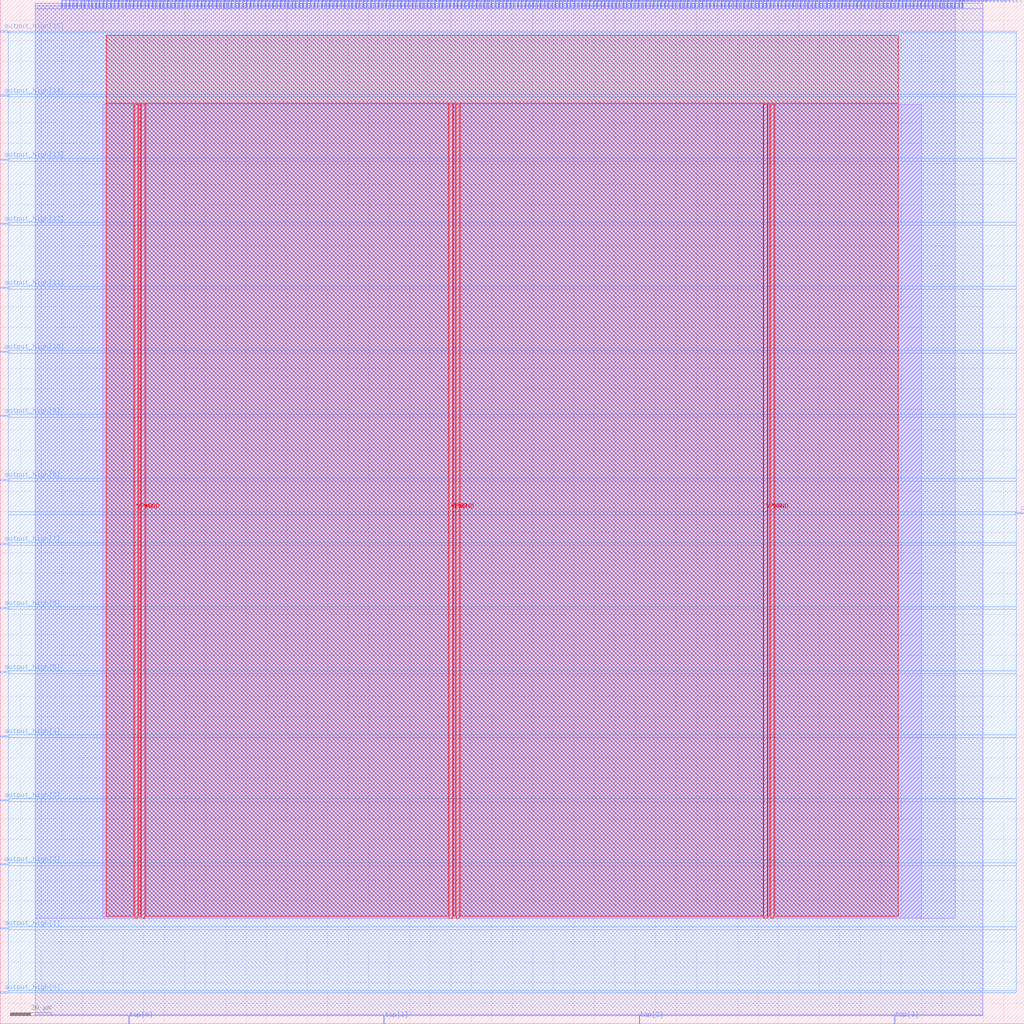
<source format=lef>
VERSION 5.7 ;
  NOWIREEXTENSIONATPIN ON ;
  DIVIDERCHAR "/" ;
  BUSBITCHARS "[]" ;
MACRO highpass
  CLASS BLOCK ;
  FOREIGN highpass ;
  ORIGIN 0.000 0.000 ;
  SIZE 500.000 BY 500.000 ;
  PIN VGND
    DIRECTION INOUT ;
    USE GROUND ;
    PORT
      LAYER met4 ;
        RECT 68.960 51.440 70.560 449.040 ;
    END
    PORT
      LAYER met4 ;
        RECT 222.560 51.440 224.160 449.040 ;
    END
    PORT
      LAYER met4 ;
        RECT 376.160 51.440 377.760 449.040 ;
    END
  END VGND
  PIN VPWR
    DIRECTION INOUT ;
    USE POWER ;
    PORT
      LAYER met4 ;
        RECT 65.660 51.440 67.260 449.040 ;
    END
    PORT
      LAYER met4 ;
        RECT 219.260 51.440 220.860 449.040 ;
    END
    PORT
      LAYER met4 ;
        RECT 372.860 51.440 374.460 449.040 ;
    END
  END VPWR
  PIN clk
    DIRECTION INPUT ;
    USE SIGNAL ;
    ANTENNAGATEAREA 0.852000 ;
    ANTENNADIFFAREA 0.434700 ;
    PORT
      LAYER met3 ;
        RECT 496.000 248.920 500.000 249.520 ;
    END
  END clk
  PIN input_data[0]
    DIRECTION INPUT ;
    USE SIGNAL ;
    ANTENNAGATEAREA 0.213000 ;
    ANTENNADIFFAREA 0.434700 ;
    PORT
      LAYER met2 ;
        RECT 29.990 496.000 30.270 500.000 ;
    END
  END input_data[0]
  PIN input_data[100]
    DIRECTION INPUT ;
    USE SIGNAL ;
    ANTENNAGATEAREA 0.213000 ;
    ANTENNADIFFAREA 0.434700 ;
    PORT
      LAYER met2 ;
        RECT 213.990 496.000 214.270 500.000 ;
    END
  END input_data[100]
  PIN input_data[101]
    DIRECTION INPUT ;
    USE SIGNAL ;
    ANTENNAGATEAREA 0.196500 ;
    ANTENNADIFFAREA 0.434700 ;
    PORT
      LAYER met2 ;
        RECT 215.830 496.000 216.110 500.000 ;
    END
  END input_data[101]
  PIN input_data[102]
    DIRECTION INPUT ;
    USE SIGNAL ;
    ANTENNAGATEAREA 0.196500 ;
    ANTENNADIFFAREA 0.434700 ;
    PORT
      LAYER met2 ;
        RECT 217.670 496.000 217.950 500.000 ;
    END
  END input_data[102]
  PIN input_data[103]
    DIRECTION INPUT ;
    USE SIGNAL ;
    ANTENNAGATEAREA 0.196500 ;
    ANTENNADIFFAREA 0.434700 ;
    PORT
      LAYER met2 ;
        RECT 219.510 496.000 219.790 500.000 ;
    END
  END input_data[103]
  PIN input_data[104]
    DIRECTION INPUT ;
    USE SIGNAL ;
    ANTENNAGATEAREA 0.196500 ;
    ANTENNADIFFAREA 0.434700 ;
    PORT
      LAYER met2 ;
        RECT 221.350 496.000 221.630 500.000 ;
    END
  END input_data[104]
  PIN input_data[105]
    DIRECTION INPUT ;
    USE SIGNAL ;
    ANTENNAGATEAREA 0.196500 ;
    ANTENNADIFFAREA 0.434700 ;
    PORT
      LAYER met2 ;
        RECT 223.190 496.000 223.470 500.000 ;
    END
  END input_data[105]
  PIN input_data[106]
    DIRECTION INPUT ;
    USE SIGNAL ;
    ANTENNAGATEAREA 0.196500 ;
    ANTENNADIFFAREA 0.434700 ;
    PORT
      LAYER met2 ;
        RECT 225.030 496.000 225.310 500.000 ;
    END
  END input_data[106]
  PIN input_data[107]
    DIRECTION INPUT ;
    USE SIGNAL ;
    ANTENNAGATEAREA 0.196500 ;
    ANTENNADIFFAREA 0.434700 ;
    PORT
      LAYER met2 ;
        RECT 226.870 496.000 227.150 500.000 ;
    END
  END input_data[107]
  PIN input_data[108]
    DIRECTION INPUT ;
    USE SIGNAL ;
    ANTENNAGATEAREA 0.159000 ;
    ANTENNADIFFAREA 0.434700 ;
    PORT
      LAYER met2 ;
        RECT 228.710 496.000 228.990 500.000 ;
    END
  END input_data[108]
  PIN input_data[109]
    DIRECTION INPUT ;
    USE SIGNAL ;
    ANTENNAGATEAREA 0.196500 ;
    ANTENNADIFFAREA 0.434700 ;
    PORT
      LAYER met2 ;
        RECT 230.550 496.000 230.830 500.000 ;
    END
  END input_data[109]
  PIN input_data[10]
    DIRECTION INPUT ;
    USE SIGNAL ;
    ANTENNAGATEAREA 0.247500 ;
    ANTENNADIFFAREA 0.434700 ;
    PORT
      LAYER met2 ;
        RECT 48.390 496.000 48.670 500.000 ;
    END
  END input_data[10]
  PIN input_data[110]
    DIRECTION INPUT ;
    USE SIGNAL ;
    ANTENNAGATEAREA 0.196500 ;
    ANTENNADIFFAREA 0.434700 ;
    PORT
      LAYER met2 ;
        RECT 232.390 496.000 232.670 500.000 ;
    END
  END input_data[110]
  PIN input_data[111]
    DIRECTION INPUT ;
    USE SIGNAL ;
    ANTENNAGATEAREA 0.196500 ;
    ANTENNADIFFAREA 0.434700 ;
    PORT
      LAYER met2 ;
        RECT 234.230 496.000 234.510 500.000 ;
    END
  END input_data[111]
  PIN input_data[112]
    DIRECTION INPUT ;
    USE SIGNAL ;
    ANTENNAGATEAREA 0.213000 ;
    ANTENNADIFFAREA 0.434700 ;
    PORT
      LAYER met2 ;
        RECT 236.070 496.000 236.350 500.000 ;
    END
  END input_data[112]
  PIN input_data[113]
    DIRECTION INPUT ;
    USE SIGNAL ;
    ANTENNAGATEAREA 0.196500 ;
    ANTENNADIFFAREA 0.434700 ;
    PORT
      LAYER met2 ;
        RECT 237.910 496.000 238.190 500.000 ;
    END
  END input_data[113]
  PIN input_data[114]
    DIRECTION INPUT ;
    USE SIGNAL ;
    ANTENNAGATEAREA 0.213000 ;
    ANTENNADIFFAREA 0.434700 ;
    PORT
      LAYER met2 ;
        RECT 239.750 496.000 240.030 500.000 ;
    END
  END input_data[114]
  PIN input_data[115]
    DIRECTION INPUT ;
    USE SIGNAL ;
    ANTENNAGATEAREA 0.213000 ;
    ANTENNADIFFAREA 0.434700 ;
    PORT
      LAYER met2 ;
        RECT 241.590 496.000 241.870 500.000 ;
    END
  END input_data[115]
  PIN input_data[116]
    DIRECTION INPUT ;
    USE SIGNAL ;
    ANTENNAGATEAREA 0.196500 ;
    ANTENNADIFFAREA 0.434700 ;
    PORT
      LAYER met2 ;
        RECT 243.430 496.000 243.710 500.000 ;
    END
  END input_data[116]
  PIN input_data[117]
    DIRECTION INPUT ;
    USE SIGNAL ;
    ANTENNAGATEAREA 0.196500 ;
    ANTENNADIFFAREA 0.434700 ;
    PORT
      LAYER met2 ;
        RECT 245.270 496.000 245.550 500.000 ;
    END
  END input_data[117]
  PIN input_data[118]
    DIRECTION INPUT ;
    USE SIGNAL ;
    ANTENNAGATEAREA 0.196500 ;
    ANTENNADIFFAREA 0.434700 ;
    PORT
      LAYER met2 ;
        RECT 247.110 496.000 247.390 500.000 ;
    END
  END input_data[118]
  PIN input_data[119]
    DIRECTION INPUT ;
    USE SIGNAL ;
    ANTENNAGATEAREA 0.196500 ;
    ANTENNADIFFAREA 0.434700 ;
    PORT
      LAYER met2 ;
        RECT 248.950 496.000 249.230 500.000 ;
    END
  END input_data[119]
  PIN input_data[11]
    DIRECTION INPUT ;
    USE SIGNAL ;
    ANTENNAGATEAREA 0.213000 ;
    ANTENNADIFFAREA 0.434700 ;
    PORT
      LAYER met2 ;
        RECT 50.230 496.000 50.510 500.000 ;
    END
  END input_data[11]
  PIN input_data[120]
    DIRECTION INPUT ;
    USE SIGNAL ;
    ANTENNAGATEAREA 0.196500 ;
    ANTENNADIFFAREA 0.434700 ;
    PORT
      LAYER met2 ;
        RECT 250.790 496.000 251.070 500.000 ;
    END
  END input_data[120]
  PIN input_data[121]
    DIRECTION INPUT ;
    USE SIGNAL ;
    ANTENNAGATEAREA 0.196500 ;
    ANTENNADIFFAREA 0.434700 ;
    PORT
      LAYER met2 ;
        RECT 252.630 496.000 252.910 500.000 ;
    END
  END input_data[121]
  PIN input_data[122]
    DIRECTION INPUT ;
    USE SIGNAL ;
    ANTENNAGATEAREA 0.159000 ;
    ANTENNADIFFAREA 0.434700 ;
    PORT
      LAYER met2 ;
        RECT 254.470 496.000 254.750 500.000 ;
    END
  END input_data[122]
  PIN input_data[123]
    DIRECTION INPUT ;
    USE SIGNAL ;
    ANTENNAGATEAREA 0.159000 ;
    ANTENNADIFFAREA 0.434700 ;
    PORT
      LAYER met2 ;
        RECT 256.310 496.000 256.590 500.000 ;
    END
  END input_data[123]
  PIN input_data[124]
    DIRECTION INPUT ;
    USE SIGNAL ;
    ANTENNAGATEAREA 0.213000 ;
    ANTENNADIFFAREA 0.434700 ;
    PORT
      LAYER met2 ;
        RECT 258.150 496.000 258.430 500.000 ;
    END
  END input_data[124]
  PIN input_data[125]
    DIRECTION INPUT ;
    USE SIGNAL ;
    ANTENNAGATEAREA 0.196500 ;
    ANTENNADIFFAREA 0.434700 ;
    PORT
      LAYER met2 ;
        RECT 259.990 496.000 260.270 500.000 ;
    END
  END input_data[125]
  PIN input_data[126]
    DIRECTION INPUT ;
    USE SIGNAL ;
    ANTENNAGATEAREA 0.196500 ;
    ANTENNADIFFAREA 0.434700 ;
    PORT
      LAYER met2 ;
        RECT 261.830 496.000 262.110 500.000 ;
    END
  END input_data[126]
  PIN input_data[127]
    DIRECTION INPUT ;
    USE SIGNAL ;
    PORT
      LAYER met2 ;
        RECT 263.670 496.000 263.950 500.000 ;
    END
  END input_data[127]
  PIN input_data[128]
    DIRECTION INPUT ;
    USE SIGNAL ;
    ANTENNAGATEAREA 0.196500 ;
    ANTENNADIFFAREA 0.434700 ;
    PORT
      LAYER met2 ;
        RECT 265.510 496.000 265.790 500.000 ;
    END
  END input_data[128]
  PIN input_data[129]
    DIRECTION INPUT ;
    USE SIGNAL ;
    ANTENNAGATEAREA 0.213000 ;
    ANTENNADIFFAREA 0.434700 ;
    PORT
      LAYER met2 ;
        RECT 267.350 496.000 267.630 500.000 ;
    END
  END input_data[129]
  PIN input_data[12]
    DIRECTION INPUT ;
    USE SIGNAL ;
    ANTENNAGATEAREA 0.495000 ;
    ANTENNADIFFAREA 0.434700 ;
    PORT
      LAYER met2 ;
        RECT 52.070 496.000 52.350 500.000 ;
    END
  END input_data[12]
  PIN input_data[130]
    DIRECTION INPUT ;
    USE SIGNAL ;
    ANTENNAGATEAREA 0.213000 ;
    ANTENNADIFFAREA 0.434700 ;
    PORT
      LAYER met2 ;
        RECT 269.190 496.000 269.470 500.000 ;
    END
  END input_data[130]
  PIN input_data[131]
    DIRECTION INPUT ;
    USE SIGNAL ;
    ANTENNAGATEAREA 0.213000 ;
    ANTENNADIFFAREA 0.434700 ;
    PORT
      LAYER met2 ;
        RECT 271.030 496.000 271.310 500.000 ;
    END
  END input_data[131]
  PIN input_data[132]
    DIRECTION INPUT ;
    USE SIGNAL ;
    ANTENNAGATEAREA 0.213000 ;
    ANTENNADIFFAREA 0.434700 ;
    PORT
      LAYER met2 ;
        RECT 272.870 496.000 273.150 500.000 ;
    END
  END input_data[132]
  PIN input_data[133]
    DIRECTION INPUT ;
    USE SIGNAL ;
    ANTENNAGATEAREA 0.247500 ;
    ANTENNADIFFAREA 0.434700 ;
    PORT
      LAYER met2 ;
        RECT 274.710 496.000 274.990 500.000 ;
    END
  END input_data[133]
  PIN input_data[134]
    DIRECTION INPUT ;
    USE SIGNAL ;
    ANTENNAGATEAREA 0.213000 ;
    ANTENNADIFFAREA 0.434700 ;
    PORT
      LAYER met2 ;
        RECT 276.550 496.000 276.830 500.000 ;
    END
  END input_data[134]
  PIN input_data[135]
    DIRECTION INPUT ;
    USE SIGNAL ;
    ANTENNAGATEAREA 0.213000 ;
    ANTENNADIFFAREA 0.434700 ;
    PORT
      LAYER met2 ;
        RECT 278.390 496.000 278.670 500.000 ;
    END
  END input_data[135]
  PIN input_data[136]
    DIRECTION INPUT ;
    USE SIGNAL ;
    ANTENNAGATEAREA 0.495000 ;
    ANTENNADIFFAREA 0.434700 ;
    PORT
      LAYER met2 ;
        RECT 280.230 496.000 280.510 500.000 ;
    END
  END input_data[136]
  PIN input_data[137]
    DIRECTION INPUT ;
    USE SIGNAL ;
    ANTENNAGATEAREA 0.247500 ;
    ANTENNADIFFAREA 0.434700 ;
    PORT
      LAYER met2 ;
        RECT 282.070 496.000 282.350 500.000 ;
    END
  END input_data[137]
  PIN input_data[138]
    DIRECTION INPUT ;
    USE SIGNAL ;
    ANTENNAGATEAREA 0.159000 ;
    ANTENNADIFFAREA 0.434700 ;
    PORT
      LAYER met2 ;
        RECT 283.910 496.000 284.190 500.000 ;
    END
  END input_data[138]
  PIN input_data[139]
    DIRECTION INPUT ;
    USE SIGNAL ;
    ANTENNAGATEAREA 0.247500 ;
    ANTENNADIFFAREA 0.434700 ;
    PORT
      LAYER met2 ;
        RECT 285.750 496.000 286.030 500.000 ;
    END
  END input_data[139]
  PIN input_data[13]
    DIRECTION INPUT ;
    USE SIGNAL ;
    ANTENNAGATEAREA 0.426000 ;
    ANTENNADIFFAREA 0.434700 ;
    PORT
      LAYER met2 ;
        RECT 53.910 496.000 54.190 500.000 ;
    END
  END input_data[13]
  PIN input_data[140]
    DIRECTION INPUT ;
    USE SIGNAL ;
    ANTENNAGATEAREA 0.247500 ;
    ANTENNADIFFAREA 0.434700 ;
    PORT
      LAYER met2 ;
        RECT 287.590 496.000 287.870 500.000 ;
    END
  END input_data[140]
  PIN input_data[141]
    DIRECTION INPUT ;
    USE SIGNAL ;
    ANTENNAGATEAREA 0.213000 ;
    ANTENNADIFFAREA 0.434700 ;
    PORT
      LAYER met2 ;
        RECT 289.430 496.000 289.710 500.000 ;
    END
  END input_data[141]
  PIN input_data[142]
    DIRECTION INPUT ;
    USE SIGNAL ;
    ANTENNAGATEAREA 0.196500 ;
    ANTENNADIFFAREA 0.434700 ;
    PORT
      LAYER met2 ;
        RECT 291.270 496.000 291.550 500.000 ;
    END
  END input_data[142]
  PIN input_data[143]
    DIRECTION INPUT ;
    USE SIGNAL ;
    ANTENNAGATEAREA 0.196500 ;
    ANTENNADIFFAREA 0.434700 ;
    PORT
      LAYER met2 ;
        RECT 293.110 496.000 293.390 500.000 ;
    END
  END input_data[143]
  PIN input_data[144]
    DIRECTION INPUT ;
    USE SIGNAL ;
    ANTENNAGATEAREA 0.196500 ;
    ANTENNADIFFAREA 0.434700 ;
    PORT
      LAYER met2 ;
        RECT 294.950 496.000 295.230 500.000 ;
    END
  END input_data[144]
  PIN input_data[145]
    DIRECTION INPUT ;
    USE SIGNAL ;
    ANTENNAGATEAREA 0.126000 ;
    ANTENNADIFFAREA 0.434700 ;
    PORT
      LAYER met2 ;
        RECT 296.790 496.000 297.070 500.000 ;
    END
  END input_data[145]
  PIN input_data[146]
    DIRECTION INPUT ;
    USE SIGNAL ;
    ANTENNAGATEAREA 0.126000 ;
    ANTENNADIFFAREA 0.434700 ;
    PORT
      LAYER met2 ;
        RECT 298.630 496.000 298.910 500.000 ;
    END
  END input_data[146]
  PIN input_data[147]
    DIRECTION INPUT ;
    USE SIGNAL ;
    ANTENNAGATEAREA 0.159000 ;
    ANTENNADIFFAREA 0.434700 ;
    PORT
      LAYER met2 ;
        RECT 300.470 496.000 300.750 500.000 ;
    END
  END input_data[147]
  PIN input_data[148]
    DIRECTION INPUT ;
    USE SIGNAL ;
    ANTENNAGATEAREA 0.213000 ;
    ANTENNADIFFAREA 0.434700 ;
    PORT
      LAYER met2 ;
        RECT 302.310 496.000 302.590 500.000 ;
    END
  END input_data[148]
  PIN input_data[149]
    DIRECTION INPUT ;
    USE SIGNAL ;
    ANTENNAGATEAREA 0.213000 ;
    ANTENNADIFFAREA 0.434700 ;
    PORT
      LAYER met2 ;
        RECT 304.150 496.000 304.430 500.000 ;
    END
  END input_data[149]
  PIN input_data[14]
    DIRECTION INPUT ;
    USE SIGNAL ;
    ANTENNAGATEAREA 0.159000 ;
    ANTENNADIFFAREA 0.434700 ;
    PORT
      LAYER met2 ;
        RECT 55.750 496.000 56.030 500.000 ;
    END
  END input_data[14]
  PIN input_data[150]
    DIRECTION INPUT ;
    USE SIGNAL ;
    ANTENNAGATEAREA 0.213000 ;
    ANTENNADIFFAREA 0.434700 ;
    PORT
      LAYER met2 ;
        RECT 305.990 496.000 306.270 500.000 ;
    END
  END input_data[150]
  PIN input_data[151]
    DIRECTION INPUT ;
    USE SIGNAL ;
    ANTENNAGATEAREA 0.159000 ;
    ANTENNADIFFAREA 0.434700 ;
    PORT
      LAYER met2 ;
        RECT 307.830 496.000 308.110 500.000 ;
    END
  END input_data[151]
  PIN input_data[152]
    DIRECTION INPUT ;
    USE SIGNAL ;
    ANTENNAGATEAREA 0.213000 ;
    ANTENNADIFFAREA 0.434700 ;
    PORT
      LAYER met2 ;
        RECT 309.670 496.000 309.950 500.000 ;
    END
  END input_data[152]
  PIN input_data[153]
    DIRECTION INPUT ;
    USE SIGNAL ;
    ANTENNAGATEAREA 0.213000 ;
    ANTENNADIFFAREA 0.434700 ;
    PORT
      LAYER met2 ;
        RECT 311.510 496.000 311.790 500.000 ;
    END
  END input_data[153]
  PIN input_data[154]
    DIRECTION INPUT ;
    USE SIGNAL ;
    ANTENNAGATEAREA 0.213000 ;
    ANTENNADIFFAREA 0.434700 ;
    PORT
      LAYER met2 ;
        RECT 313.350 496.000 313.630 500.000 ;
    END
  END input_data[154]
  PIN input_data[155]
    DIRECTION INPUT ;
    USE SIGNAL ;
    ANTENNAGATEAREA 0.196500 ;
    ANTENNADIFFAREA 0.434700 ;
    PORT
      LAYER met2 ;
        RECT 315.190 496.000 315.470 500.000 ;
    END
  END input_data[155]
  PIN input_data[156]
    DIRECTION INPUT ;
    USE SIGNAL ;
    ANTENNAGATEAREA 0.159000 ;
    ANTENNADIFFAREA 0.434700 ;
    PORT
      LAYER met2 ;
        RECT 317.030 496.000 317.310 500.000 ;
    END
  END input_data[156]
  PIN input_data[157]
    DIRECTION INPUT ;
    USE SIGNAL ;
    ANTENNAGATEAREA 0.213000 ;
    ANTENNADIFFAREA 0.434700 ;
    PORT
      LAYER met2 ;
        RECT 318.870 496.000 319.150 500.000 ;
    END
  END input_data[157]
  PIN input_data[158]
    DIRECTION INPUT ;
    USE SIGNAL ;
    ANTENNAGATEAREA 0.196500 ;
    ANTENNADIFFAREA 0.434700 ;
    PORT
      LAYER met2 ;
        RECT 320.710 496.000 320.990 500.000 ;
    END
  END input_data[158]
  PIN input_data[159]
    DIRECTION INPUT ;
    USE SIGNAL ;
    ANTENNAGATEAREA 0.196500 ;
    ANTENNADIFFAREA 0.434700 ;
    PORT
      LAYER met2 ;
        RECT 322.550 496.000 322.830 500.000 ;
    END
  END input_data[159]
  PIN input_data[15]
    DIRECTION INPUT ;
    USE SIGNAL ;
    ANTENNAGATEAREA 0.213000 ;
    ANTENNADIFFAREA 0.434700 ;
    PORT
      LAYER met2 ;
        RECT 57.590 496.000 57.870 500.000 ;
    END
  END input_data[15]
  PIN input_data[160]
    DIRECTION INPUT ;
    USE SIGNAL ;
    ANTENNAGATEAREA 0.247500 ;
    ANTENNADIFFAREA 0.434700 ;
    PORT
      LAYER met2 ;
        RECT 324.390 496.000 324.670 500.000 ;
    END
  END input_data[160]
  PIN input_data[161]
    DIRECTION INPUT ;
    USE SIGNAL ;
    ANTENNAGATEAREA 0.247500 ;
    ANTENNADIFFAREA 0.434700 ;
    PORT
      LAYER met2 ;
        RECT 326.230 496.000 326.510 500.000 ;
    END
  END input_data[161]
  PIN input_data[162]
    DIRECTION INPUT ;
    USE SIGNAL ;
    ANTENNAGATEAREA 0.247500 ;
    ANTENNADIFFAREA 0.434700 ;
    PORT
      LAYER met2 ;
        RECT 328.070 496.000 328.350 500.000 ;
    END
  END input_data[162]
  PIN input_data[163]
    DIRECTION INPUT ;
    USE SIGNAL ;
    ANTENNAGATEAREA 0.213000 ;
    ANTENNADIFFAREA 0.434700 ;
    PORT
      LAYER met2 ;
        RECT 329.910 496.000 330.190 500.000 ;
    END
  END input_data[163]
  PIN input_data[164]
    DIRECTION INPUT ;
    USE SIGNAL ;
    ANTENNAGATEAREA 0.126000 ;
    ANTENNADIFFAREA 0.434700 ;
    PORT
      LAYER met2 ;
        RECT 331.750 496.000 332.030 500.000 ;
    END
  END input_data[164]
  PIN input_data[165]
    DIRECTION INPUT ;
    USE SIGNAL ;
    ANTENNAGATEAREA 0.196500 ;
    ANTENNADIFFAREA 0.434700 ;
    PORT
      LAYER met2 ;
        RECT 333.590 496.000 333.870 500.000 ;
    END
  END input_data[165]
  PIN input_data[166]
    DIRECTION INPUT ;
    USE SIGNAL ;
    ANTENNAGATEAREA 0.126000 ;
    ANTENNADIFFAREA 0.434700 ;
    PORT
      LAYER met2 ;
        RECT 335.430 496.000 335.710 500.000 ;
    END
  END input_data[166]
  PIN input_data[167]
    DIRECTION INPUT ;
    USE SIGNAL ;
    ANTENNAGATEAREA 0.213000 ;
    ANTENNADIFFAREA 0.434700 ;
    PORT
      LAYER met2 ;
        RECT 337.270 496.000 337.550 500.000 ;
    END
  END input_data[167]
  PIN input_data[168]
    DIRECTION INPUT ;
    USE SIGNAL ;
    ANTENNAGATEAREA 0.196500 ;
    ANTENNADIFFAREA 0.434700 ;
    PORT
      LAYER met2 ;
        RECT 339.110 496.000 339.390 500.000 ;
    END
  END input_data[168]
  PIN input_data[169]
    DIRECTION INPUT ;
    USE SIGNAL ;
    ANTENNAGATEAREA 0.196500 ;
    ANTENNADIFFAREA 0.434700 ;
    PORT
      LAYER met2 ;
        RECT 340.950 496.000 341.230 500.000 ;
    END
  END input_data[169]
  PIN input_data[16]
    DIRECTION INPUT ;
    USE SIGNAL ;
    ANTENNAGATEAREA 0.247500 ;
    ANTENNADIFFAREA 0.434700 ;
    PORT
      LAYER met2 ;
        RECT 59.430 496.000 59.710 500.000 ;
    END
  END input_data[16]
  PIN input_data[170]
    DIRECTION INPUT ;
    USE SIGNAL ;
    ANTENNAGATEAREA 0.196500 ;
    ANTENNADIFFAREA 0.434700 ;
    PORT
      LAYER met2 ;
        RECT 342.790 496.000 343.070 500.000 ;
    END
  END input_data[170]
  PIN input_data[171]
    DIRECTION INPUT ;
    USE SIGNAL ;
    ANTENNAGATEAREA 0.213000 ;
    ANTENNADIFFAREA 0.434700 ;
    PORT
      LAYER met2 ;
        RECT 344.630 496.000 344.910 500.000 ;
    END
  END input_data[171]
  PIN input_data[172]
    DIRECTION INPUT ;
    USE SIGNAL ;
    ANTENNAGATEAREA 0.213000 ;
    ANTENNADIFFAREA 0.434700 ;
    PORT
      LAYER met2 ;
        RECT 346.470 496.000 346.750 500.000 ;
    END
  END input_data[172]
  PIN input_data[173]
    DIRECTION INPUT ;
    USE SIGNAL ;
    ANTENNAGATEAREA 0.213000 ;
    ANTENNADIFFAREA 0.434700 ;
    PORT
      LAYER met2 ;
        RECT 348.310 496.000 348.590 500.000 ;
    END
  END input_data[173]
  PIN input_data[174]
    DIRECTION INPUT ;
    USE SIGNAL ;
    ANTENNAGATEAREA 0.196500 ;
    ANTENNADIFFAREA 0.434700 ;
    PORT
      LAYER met2 ;
        RECT 350.150 496.000 350.430 500.000 ;
    END
  END input_data[174]
  PIN input_data[175]
    DIRECTION INPUT ;
    USE SIGNAL ;
    ANTENNAGATEAREA 0.196500 ;
    ANTENNADIFFAREA 0.434700 ;
    PORT
      LAYER met2 ;
        RECT 351.990 496.000 352.270 500.000 ;
    END
  END input_data[175]
  PIN input_data[176]
    DIRECTION INPUT ;
    USE SIGNAL ;
    ANTENNAGATEAREA 0.126000 ;
    ANTENNADIFFAREA 0.434700 ;
    PORT
      LAYER met2 ;
        RECT 353.830 496.000 354.110 500.000 ;
    END
  END input_data[176]
  PIN input_data[177]
    DIRECTION INPUT ;
    USE SIGNAL ;
    ANTENNAGATEAREA 0.213000 ;
    ANTENNADIFFAREA 0.434700 ;
    PORT
      LAYER met2 ;
        RECT 355.670 496.000 355.950 500.000 ;
    END
  END input_data[177]
  PIN input_data[178]
    DIRECTION INPUT ;
    USE SIGNAL ;
    ANTENNAGATEAREA 0.213000 ;
    ANTENNADIFFAREA 0.434700 ;
    PORT
      LAYER met2 ;
        RECT 357.510 496.000 357.790 500.000 ;
    END
  END input_data[178]
  PIN input_data[179]
    DIRECTION INPUT ;
    USE SIGNAL ;
    ANTENNAGATEAREA 0.213000 ;
    ANTENNADIFFAREA 0.434700 ;
    PORT
      LAYER met2 ;
        RECT 359.350 496.000 359.630 500.000 ;
    END
  END input_data[179]
  PIN input_data[17]
    DIRECTION INPUT ;
    USE SIGNAL ;
    ANTENNAGATEAREA 0.247500 ;
    ANTENNADIFFAREA 0.434700 ;
    PORT
      LAYER met2 ;
        RECT 61.270 496.000 61.550 500.000 ;
    END
  END input_data[17]
  PIN input_data[180]
    DIRECTION INPUT ;
    USE SIGNAL ;
    ANTENNAGATEAREA 0.213000 ;
    ANTENNADIFFAREA 0.434700 ;
    PORT
      LAYER met2 ;
        RECT 361.190 496.000 361.470 500.000 ;
    END
  END input_data[180]
  PIN input_data[181]
    DIRECTION INPUT ;
    USE SIGNAL ;
    ANTENNAGATEAREA 0.159000 ;
    ANTENNADIFFAREA 0.434700 ;
    PORT
      LAYER met2 ;
        RECT 363.030 496.000 363.310 500.000 ;
    END
  END input_data[181]
  PIN input_data[182]
    DIRECTION INPUT ;
    USE SIGNAL ;
    ANTENNAGATEAREA 0.159000 ;
    ANTENNADIFFAREA 0.434700 ;
    PORT
      LAYER met2 ;
        RECT 364.870 496.000 365.150 500.000 ;
    END
  END input_data[182]
  PIN input_data[183]
    DIRECTION INPUT ;
    USE SIGNAL ;
    ANTENNAGATEAREA 0.159000 ;
    ANTENNADIFFAREA 0.434700 ;
    PORT
      LAYER met2 ;
        RECT 366.710 496.000 366.990 500.000 ;
    END
  END input_data[183]
  PIN input_data[184]
    DIRECTION INPUT ;
    USE SIGNAL ;
    ANTENNAGATEAREA 0.159000 ;
    ANTENNADIFFAREA 0.434700 ;
    PORT
      LAYER met2 ;
        RECT 368.550 496.000 368.830 500.000 ;
    END
  END input_data[184]
  PIN input_data[185]
    DIRECTION INPUT ;
    USE SIGNAL ;
    ANTENNAGATEAREA 0.213000 ;
    ANTENNADIFFAREA 0.434700 ;
    PORT
      LAYER met2 ;
        RECT 370.390 496.000 370.670 500.000 ;
    END
  END input_data[185]
  PIN input_data[186]
    DIRECTION INPUT ;
    USE SIGNAL ;
    ANTENNAGATEAREA 0.213000 ;
    ANTENNADIFFAREA 0.434700 ;
    PORT
      LAYER met2 ;
        RECT 372.230 496.000 372.510 500.000 ;
    END
  END input_data[186]
  PIN input_data[187]
    DIRECTION INPUT ;
    USE SIGNAL ;
    ANTENNAGATEAREA 0.213000 ;
    ANTENNADIFFAREA 0.434700 ;
    PORT
      LAYER met2 ;
        RECT 374.070 496.000 374.350 500.000 ;
    END
  END input_data[187]
  PIN input_data[188]
    DIRECTION INPUT ;
    USE SIGNAL ;
    ANTENNAGATEAREA 0.159000 ;
    ANTENNADIFFAREA 0.434700 ;
    PORT
      LAYER met2 ;
        RECT 375.910 496.000 376.190 500.000 ;
    END
  END input_data[188]
  PIN input_data[189]
    DIRECTION INPUT ;
    USE SIGNAL ;
    ANTENNAGATEAREA 0.196500 ;
    ANTENNADIFFAREA 0.434700 ;
    PORT
      LAYER met2 ;
        RECT 377.750 496.000 378.030 500.000 ;
    END
  END input_data[189]
  PIN input_data[18]
    DIRECTION INPUT ;
    USE SIGNAL ;
    ANTENNAGATEAREA 0.213000 ;
    ANTENNADIFFAREA 0.434700 ;
    PORT
      LAYER met2 ;
        RECT 63.110 496.000 63.390 500.000 ;
    END
  END input_data[18]
  PIN input_data[190]
    DIRECTION INPUT ;
    USE SIGNAL ;
    ANTENNAGATEAREA 0.196500 ;
    ANTENNADIFFAREA 0.434700 ;
    PORT
      LAYER met2 ;
        RECT 379.590 496.000 379.870 500.000 ;
    END
  END input_data[190]
  PIN input_data[191]
    DIRECTION INPUT ;
    USE SIGNAL ;
    PORT
      LAYER met2 ;
        RECT 381.430 496.000 381.710 500.000 ;
    END
  END input_data[191]
  PIN input_data[192]
    DIRECTION INPUT ;
    USE SIGNAL ;
    ANTENNAGATEAREA 0.213000 ;
    ANTENNADIFFAREA 0.434700 ;
    PORT
      LAYER met2 ;
        RECT 383.270 496.000 383.550 500.000 ;
    END
  END input_data[192]
  PIN input_data[193]
    DIRECTION INPUT ;
    USE SIGNAL ;
    ANTENNAGATEAREA 0.126000 ;
    ANTENNADIFFAREA 0.434700 ;
    PORT
      LAYER met2 ;
        RECT 385.110 496.000 385.390 500.000 ;
    END
  END input_data[193]
  PIN input_data[194]
    DIRECTION INPUT ;
    USE SIGNAL ;
    ANTENNAGATEAREA 0.213000 ;
    ANTENNADIFFAREA 0.434700 ;
    PORT
      LAYER met2 ;
        RECT 386.950 496.000 387.230 500.000 ;
    END
  END input_data[194]
  PIN input_data[195]
    DIRECTION INPUT ;
    USE SIGNAL ;
    ANTENNAGATEAREA 0.213000 ;
    ANTENNADIFFAREA 0.434700 ;
    PORT
      LAYER met2 ;
        RECT 388.790 496.000 389.070 500.000 ;
    END
  END input_data[195]
  PIN input_data[196]
    DIRECTION INPUT ;
    USE SIGNAL ;
    ANTENNAGATEAREA 0.213000 ;
    ANTENNADIFFAREA 0.434700 ;
    PORT
      LAYER met2 ;
        RECT 390.630 496.000 390.910 500.000 ;
    END
  END input_data[196]
  PIN input_data[197]
    DIRECTION INPUT ;
    USE SIGNAL ;
    ANTENNAGATEAREA 0.126000 ;
    ANTENNADIFFAREA 0.434700 ;
    PORT
      LAYER met2 ;
        RECT 392.470 496.000 392.750 500.000 ;
    END
  END input_data[197]
  PIN input_data[198]
    DIRECTION INPUT ;
    USE SIGNAL ;
    ANTENNAGATEAREA 0.126000 ;
    ANTENNADIFFAREA 0.434700 ;
    PORT
      LAYER met2 ;
        RECT 394.310 496.000 394.590 500.000 ;
    END
  END input_data[198]
  PIN input_data[199]
    DIRECTION INPUT ;
    USE SIGNAL ;
    ANTENNAGATEAREA 0.126000 ;
    ANTENNADIFFAREA 0.434700 ;
    PORT
      LAYER met2 ;
        RECT 396.150 496.000 396.430 500.000 ;
    END
  END input_data[199]
  PIN input_data[19]
    DIRECTION INPUT ;
    USE SIGNAL ;
    ANTENNAGATEAREA 0.247500 ;
    ANTENNADIFFAREA 0.434700 ;
    PORT
      LAYER met2 ;
        RECT 64.950 496.000 65.230 500.000 ;
    END
  END input_data[19]
  PIN input_data[1]
    DIRECTION INPUT ;
    USE SIGNAL ;
    ANTENNAGATEAREA 0.159000 ;
    ANTENNADIFFAREA 0.434700 ;
    PORT
      LAYER met2 ;
        RECT 31.830 496.000 32.110 500.000 ;
    END
  END input_data[1]
  PIN input_data[200]
    DIRECTION INPUT ;
    USE SIGNAL ;
    ANTENNAGATEAREA 0.126000 ;
    ANTENNADIFFAREA 0.434700 ;
    PORT
      LAYER met2 ;
        RECT 397.990 496.000 398.270 500.000 ;
    END
  END input_data[200]
  PIN input_data[201]
    DIRECTION INPUT ;
    USE SIGNAL ;
    ANTENNAGATEAREA 0.126000 ;
    ANTENNADIFFAREA 0.434700 ;
    PORT
      LAYER met2 ;
        RECT 399.830 496.000 400.110 500.000 ;
    END
  END input_data[201]
  PIN input_data[202]
    DIRECTION INPUT ;
    USE SIGNAL ;
    ANTENNAGATEAREA 0.126000 ;
    ANTENNADIFFAREA 0.434700 ;
    PORT
      LAYER met2 ;
        RECT 401.670 496.000 401.950 500.000 ;
    END
  END input_data[202]
  PIN input_data[203]
    DIRECTION INPUT ;
    USE SIGNAL ;
    ANTENNAGATEAREA 0.126000 ;
    ANTENNADIFFAREA 0.434700 ;
    PORT
      LAYER met2 ;
        RECT 403.510 496.000 403.790 500.000 ;
    END
  END input_data[203]
  PIN input_data[204]
    DIRECTION INPUT ;
    USE SIGNAL ;
    ANTENNAGATEAREA 0.196500 ;
    ANTENNADIFFAREA 0.434700 ;
    PORT
      LAYER met2 ;
        RECT 405.350 496.000 405.630 500.000 ;
    END
  END input_data[204]
  PIN input_data[205]
    DIRECTION INPUT ;
    USE SIGNAL ;
    ANTENNAGATEAREA 0.196500 ;
    ANTENNADIFFAREA 0.434700 ;
    PORT
      LAYER met2 ;
        RECT 407.190 496.000 407.470 500.000 ;
    END
  END input_data[205]
  PIN input_data[206]
    DIRECTION INPUT ;
    USE SIGNAL ;
    ANTENNAGATEAREA 0.196500 ;
    ANTENNADIFFAREA 0.434700 ;
    PORT
      LAYER met2 ;
        RECT 409.030 496.000 409.310 500.000 ;
    END
  END input_data[206]
  PIN input_data[207]
    DIRECTION INPUT ;
    USE SIGNAL ;
    PORT
      LAYER met2 ;
        RECT 410.870 496.000 411.150 500.000 ;
    END
  END input_data[207]
  PIN input_data[208]
    DIRECTION INPUT ;
    USE SIGNAL ;
    PORT
      LAYER met2 ;
        RECT 412.710 496.000 412.990 500.000 ;
    END
  END input_data[208]
  PIN input_data[209]
    DIRECTION INPUT ;
    USE SIGNAL ;
    PORT
      LAYER met2 ;
        RECT 414.550 496.000 414.830 500.000 ;
    END
  END input_data[209]
  PIN input_data[20]
    DIRECTION INPUT ;
    USE SIGNAL ;
    ANTENNAGATEAREA 0.247500 ;
    ANTENNADIFFAREA 0.434700 ;
    PORT
      LAYER met2 ;
        RECT 66.790 496.000 67.070 500.000 ;
    END
  END input_data[20]
  PIN input_data[210]
    DIRECTION INPUT ;
    USE SIGNAL ;
    PORT
      LAYER met2 ;
        RECT 416.390 496.000 416.670 500.000 ;
    END
  END input_data[210]
  PIN input_data[211]
    DIRECTION INPUT ;
    USE SIGNAL ;
    PORT
      LAYER met2 ;
        RECT 418.230 496.000 418.510 500.000 ;
    END
  END input_data[211]
  PIN input_data[212]
    DIRECTION INPUT ;
    USE SIGNAL ;
    PORT
      LAYER met2 ;
        RECT 420.070 496.000 420.350 500.000 ;
    END
  END input_data[212]
  PIN input_data[213]
    DIRECTION INPUT ;
    USE SIGNAL ;
    PORT
      LAYER met2 ;
        RECT 421.910 496.000 422.190 500.000 ;
    END
  END input_data[213]
  PIN input_data[214]
    DIRECTION INPUT ;
    USE SIGNAL ;
    PORT
      LAYER met2 ;
        RECT 423.750 496.000 424.030 500.000 ;
    END
  END input_data[214]
  PIN input_data[215]
    DIRECTION INPUT ;
    USE SIGNAL ;
    PORT
      LAYER met2 ;
        RECT 425.590 496.000 425.870 500.000 ;
    END
  END input_data[215]
  PIN input_data[216]
    DIRECTION INPUT ;
    USE SIGNAL ;
    PORT
      LAYER met2 ;
        RECT 427.430 496.000 427.710 500.000 ;
    END
  END input_data[216]
  PIN input_data[217]
    DIRECTION INPUT ;
    USE SIGNAL ;
    PORT
      LAYER met2 ;
        RECT 429.270 496.000 429.550 500.000 ;
    END
  END input_data[217]
  PIN input_data[218]
    DIRECTION INPUT ;
    USE SIGNAL ;
    PORT
      LAYER met2 ;
        RECT 431.110 496.000 431.390 500.000 ;
    END
  END input_data[218]
  PIN input_data[219]
    DIRECTION INPUT ;
    USE SIGNAL ;
    PORT
      LAYER met2 ;
        RECT 432.950 496.000 433.230 500.000 ;
    END
  END input_data[219]
  PIN input_data[21]
    DIRECTION INPUT ;
    USE SIGNAL ;
    ANTENNAGATEAREA 0.247500 ;
    ANTENNADIFFAREA 0.434700 ;
    PORT
      LAYER met2 ;
        RECT 68.630 496.000 68.910 500.000 ;
    END
  END input_data[21]
  PIN input_data[220]
    DIRECTION INPUT ;
    USE SIGNAL ;
    PORT
      LAYER met2 ;
        RECT 434.790 496.000 435.070 500.000 ;
    END
  END input_data[220]
  PIN input_data[221]
    DIRECTION INPUT ;
    USE SIGNAL ;
    PORT
      LAYER met2 ;
        RECT 436.630 496.000 436.910 500.000 ;
    END
  END input_data[221]
  PIN input_data[222]
    DIRECTION INPUT ;
    USE SIGNAL ;
    PORT
      LAYER met2 ;
        RECT 438.470 496.000 438.750 500.000 ;
    END
  END input_data[222]
  PIN input_data[223]
    DIRECTION INPUT ;
    USE SIGNAL ;
    PORT
      LAYER met2 ;
        RECT 440.310 496.000 440.590 500.000 ;
    END
  END input_data[223]
  PIN input_data[224]
    DIRECTION INPUT ;
    USE SIGNAL ;
    ANTENNAGATEAREA 0.213000 ;
    ANTENNADIFFAREA 0.434700 ;
    PORT
      LAYER met2 ;
        RECT 442.150 496.000 442.430 500.000 ;
    END
  END input_data[224]
  PIN input_data[225]
    DIRECTION INPUT ;
    USE SIGNAL ;
    ANTENNAGATEAREA 0.247500 ;
    ANTENNADIFFAREA 0.434700 ;
    PORT
      LAYER met2 ;
        RECT 443.990 496.000 444.270 500.000 ;
    END
  END input_data[225]
  PIN input_data[226]
    DIRECTION INPUT ;
    USE SIGNAL ;
    ANTENNAGATEAREA 0.213000 ;
    ANTENNADIFFAREA 0.434700 ;
    PORT
      LAYER met2 ;
        RECT 445.830 496.000 446.110 500.000 ;
    END
  END input_data[226]
  PIN input_data[227]
    DIRECTION INPUT ;
    USE SIGNAL ;
    ANTENNAGATEAREA 0.213000 ;
    ANTENNADIFFAREA 0.434700 ;
    PORT
      LAYER met2 ;
        RECT 447.670 496.000 447.950 500.000 ;
    END
  END input_data[227]
  PIN input_data[228]
    DIRECTION INPUT ;
    USE SIGNAL ;
    ANTENNAGATEAREA 0.213000 ;
    ANTENNADIFFAREA 0.434700 ;
    PORT
      LAYER met2 ;
        RECT 449.510 496.000 449.790 500.000 ;
    END
  END input_data[228]
  PIN input_data[229]
    DIRECTION INPUT ;
    USE SIGNAL ;
    ANTENNAGATEAREA 0.213000 ;
    ANTENNADIFFAREA 0.434700 ;
    PORT
      LAYER met2 ;
        RECT 451.350 496.000 451.630 500.000 ;
    END
  END input_data[229]
  PIN input_data[22]
    DIRECTION INPUT ;
    USE SIGNAL ;
    ANTENNAGATEAREA 0.247500 ;
    ANTENNADIFFAREA 0.434700 ;
    PORT
      LAYER met2 ;
        RECT 70.470 496.000 70.750 500.000 ;
    END
  END input_data[22]
  PIN input_data[230]
    DIRECTION INPUT ;
    USE SIGNAL ;
    ANTENNAGATEAREA 0.213000 ;
    ANTENNADIFFAREA 0.434700 ;
    PORT
      LAYER met2 ;
        RECT 453.190 496.000 453.470 500.000 ;
    END
  END input_data[230]
  PIN input_data[231]
    DIRECTION INPUT ;
    USE SIGNAL ;
    ANTENNAGATEAREA 0.213000 ;
    ANTENNADIFFAREA 0.434700 ;
    PORT
      LAYER met2 ;
        RECT 455.030 496.000 455.310 500.000 ;
    END
  END input_data[231]
  PIN input_data[232]
    DIRECTION INPUT ;
    USE SIGNAL ;
    ANTENNAGATEAREA 0.126000 ;
    ANTENNADIFFAREA 0.434700 ;
    PORT
      LAYER met2 ;
        RECT 456.870 496.000 457.150 500.000 ;
    END
  END input_data[232]
  PIN input_data[233]
    DIRECTION INPUT ;
    USE SIGNAL ;
    ANTENNAGATEAREA 0.126000 ;
    ANTENNADIFFAREA 0.434700 ;
    PORT
      LAYER met2 ;
        RECT 458.710 496.000 458.990 500.000 ;
    END
  END input_data[233]
  PIN input_data[234]
    DIRECTION INPUT ;
    USE SIGNAL ;
    ANTENNAGATEAREA 0.126000 ;
    ANTENNADIFFAREA 0.434700 ;
    PORT
      LAYER met2 ;
        RECT 460.550 496.000 460.830 500.000 ;
    END
  END input_data[234]
  PIN input_data[235]
    DIRECTION INPUT ;
    USE SIGNAL ;
    ANTENNAGATEAREA 0.196500 ;
    ANTENNADIFFAREA 0.434700 ;
    PORT
      LAYER met2 ;
        RECT 462.390 496.000 462.670 500.000 ;
    END
  END input_data[235]
  PIN input_data[236]
    DIRECTION INPUT ;
    USE SIGNAL ;
    ANTENNAGATEAREA 0.196500 ;
    ANTENNADIFFAREA 0.434700 ;
    PORT
      LAYER met2 ;
        RECT 464.230 496.000 464.510 500.000 ;
    END
  END input_data[236]
  PIN input_data[237]
    DIRECTION INPUT ;
    USE SIGNAL ;
    ANTENNAGATEAREA 0.196500 ;
    ANTENNADIFFAREA 0.434700 ;
    PORT
      LAYER met2 ;
        RECT 466.070 496.000 466.350 500.000 ;
    END
  END input_data[237]
  PIN input_data[238]
    DIRECTION INPUT ;
    USE SIGNAL ;
    PORT
      LAYER met2 ;
        RECT 467.910 496.000 468.190 500.000 ;
    END
  END input_data[238]
  PIN input_data[239]
    DIRECTION INPUT ;
    USE SIGNAL ;
    PORT
      LAYER met2 ;
        RECT 469.750 496.000 470.030 500.000 ;
    END
  END input_data[239]
  PIN input_data[23]
    DIRECTION INPUT ;
    USE SIGNAL ;
    ANTENNAGATEAREA 0.247500 ;
    ANTENNADIFFAREA 0.434700 ;
    PORT
      LAYER met2 ;
        RECT 72.310 496.000 72.590 500.000 ;
    END
  END input_data[23]
  PIN input_data[24]
    DIRECTION INPUT ;
    USE SIGNAL ;
    ANTENNAGATEAREA 0.247500 ;
    ANTENNADIFFAREA 0.434700 ;
    PORT
      LAYER met2 ;
        RECT 74.150 496.000 74.430 500.000 ;
    END
  END input_data[24]
  PIN input_data[25]
    DIRECTION INPUT ;
    USE SIGNAL ;
    ANTENNAGATEAREA 0.213000 ;
    ANTENNADIFFAREA 0.434700 ;
    PORT
      LAYER met2 ;
        RECT 75.990 496.000 76.270 500.000 ;
    END
  END input_data[25]
  PIN input_data[26]
    DIRECTION INPUT ;
    USE SIGNAL ;
    ANTENNAGATEAREA 0.213000 ;
    ANTENNADIFFAREA 0.434700 ;
    PORT
      LAYER met2 ;
        RECT 77.830 496.000 78.110 500.000 ;
    END
  END input_data[26]
  PIN input_data[27]
    DIRECTION INPUT ;
    USE SIGNAL ;
    ANTENNAGATEAREA 0.247500 ;
    ANTENNADIFFAREA 0.434700 ;
    PORT
      LAYER met2 ;
        RECT 79.670 496.000 79.950 500.000 ;
    END
  END input_data[27]
  PIN input_data[28]
    DIRECTION INPUT ;
    USE SIGNAL ;
    ANTENNAGATEAREA 0.196500 ;
    ANTENNADIFFAREA 0.434700 ;
    PORT
      LAYER met2 ;
        RECT 81.510 496.000 81.790 500.000 ;
    END
  END input_data[28]
  PIN input_data[29]
    DIRECTION INPUT ;
    USE SIGNAL ;
    ANTENNAGATEAREA 0.247500 ;
    ANTENNADIFFAREA 0.434700 ;
    PORT
      LAYER met2 ;
        RECT 83.350 496.000 83.630 500.000 ;
    END
  END input_data[29]
  PIN input_data[2]
    DIRECTION INPUT ;
    USE SIGNAL ;
    ANTENNAGATEAREA 0.159000 ;
    ANTENNADIFFAREA 0.434700 ;
    PORT
      LAYER met2 ;
        RECT 33.670 496.000 33.950 500.000 ;
    END
  END input_data[2]
  PIN input_data[30]
    DIRECTION INPUT ;
    USE SIGNAL ;
    ANTENNAGATEAREA 0.159000 ;
    ANTENNADIFFAREA 0.434700 ;
    PORT
      LAYER met2 ;
        RECT 85.190 496.000 85.470 500.000 ;
    END
  END input_data[30]
  PIN input_data[31]
    DIRECTION INPUT ;
    USE SIGNAL ;
    ANTENNAGATEAREA 0.126000 ;
    ANTENNADIFFAREA 0.434700 ;
    PORT
      LAYER met2 ;
        RECT 87.030 496.000 87.310 500.000 ;
    END
  END input_data[31]
  PIN input_data[32]
    DIRECTION INPUT ;
    USE SIGNAL ;
    ANTENNAGATEAREA 0.213000 ;
    ANTENNADIFFAREA 0.434700 ;
    PORT
      LAYER met2 ;
        RECT 88.870 496.000 89.150 500.000 ;
    END
  END input_data[32]
  PIN input_data[33]
    DIRECTION INPUT ;
    USE SIGNAL ;
    ANTENNAGATEAREA 0.213000 ;
    ANTENNADIFFAREA 0.434700 ;
    PORT
      LAYER met2 ;
        RECT 90.710 496.000 90.990 500.000 ;
    END
  END input_data[33]
  PIN input_data[34]
    DIRECTION INPUT ;
    USE SIGNAL ;
    ANTENNAGATEAREA 0.159000 ;
    ANTENNADIFFAREA 0.434700 ;
    PORT
      LAYER met2 ;
        RECT 92.550 496.000 92.830 500.000 ;
    END
  END input_data[34]
  PIN input_data[35]
    DIRECTION INPUT ;
    USE SIGNAL ;
    ANTENNAGATEAREA 0.213000 ;
    ANTENNADIFFAREA 0.434700 ;
    PORT
      LAYER met2 ;
        RECT 94.390 496.000 94.670 500.000 ;
    END
  END input_data[35]
  PIN input_data[36]
    DIRECTION INPUT ;
    USE SIGNAL ;
    ANTENNAGATEAREA 0.213000 ;
    ANTENNADIFFAREA 0.434700 ;
    PORT
      LAYER met2 ;
        RECT 96.230 496.000 96.510 500.000 ;
    END
  END input_data[36]
  PIN input_data[37]
    DIRECTION INPUT ;
    USE SIGNAL ;
    ANTENNAGATEAREA 0.213000 ;
    ANTENNADIFFAREA 0.434700 ;
    PORT
      LAYER met2 ;
        RECT 98.070 496.000 98.350 500.000 ;
    END
  END input_data[37]
  PIN input_data[38]
    DIRECTION INPUT ;
    USE SIGNAL ;
    ANTENNAGATEAREA 0.213000 ;
    ANTENNADIFFAREA 0.434700 ;
    PORT
      LAYER met2 ;
        RECT 99.910 496.000 100.190 500.000 ;
    END
  END input_data[38]
  PIN input_data[39]
    DIRECTION INPUT ;
    USE SIGNAL ;
    ANTENNAGATEAREA 0.126000 ;
    ANTENNADIFFAREA 0.434700 ;
    PORT
      LAYER met2 ;
        RECT 101.750 496.000 102.030 500.000 ;
    END
  END input_data[39]
  PIN input_data[3]
    DIRECTION INPUT ;
    USE SIGNAL ;
    ANTENNAGATEAREA 0.159000 ;
    ANTENNADIFFAREA 0.434700 ;
    PORT
      LAYER met2 ;
        RECT 35.510 496.000 35.790 500.000 ;
    END
  END input_data[3]
  PIN input_data[40]
    DIRECTION INPUT ;
    USE SIGNAL ;
    ANTENNAGATEAREA 0.196500 ;
    ANTENNADIFFAREA 0.434700 ;
    PORT
      LAYER met2 ;
        RECT 103.590 496.000 103.870 500.000 ;
    END
  END input_data[40]
  PIN input_data[41]
    DIRECTION INPUT ;
    USE SIGNAL ;
    ANTENNAGATEAREA 0.196500 ;
    ANTENNADIFFAREA 0.434700 ;
    PORT
      LAYER met2 ;
        RECT 105.430 496.000 105.710 500.000 ;
    END
  END input_data[41]
  PIN input_data[42]
    DIRECTION INPUT ;
    USE SIGNAL ;
    ANTENNAGATEAREA 0.196500 ;
    ANTENNADIFFAREA 0.434700 ;
    PORT
      LAYER met2 ;
        RECT 107.270 496.000 107.550 500.000 ;
    END
  END input_data[42]
  PIN input_data[43]
    DIRECTION INPUT ;
    USE SIGNAL ;
    ANTENNAGATEAREA 0.126000 ;
    ANTENNADIFFAREA 0.434700 ;
    PORT
      LAYER met2 ;
        RECT 109.110 496.000 109.390 500.000 ;
    END
  END input_data[43]
  PIN input_data[44]
    DIRECTION INPUT ;
    USE SIGNAL ;
    ANTENNAGATEAREA 0.247500 ;
    ANTENNADIFFAREA 0.434700 ;
    PORT
      LAYER met2 ;
        RECT 110.950 496.000 111.230 500.000 ;
    END
  END input_data[44]
  PIN input_data[45]
    DIRECTION INPUT ;
    USE SIGNAL ;
    ANTENNAGATEAREA 0.213000 ;
    ANTENNADIFFAREA 0.434700 ;
    PORT
      LAYER met2 ;
        RECT 112.790 496.000 113.070 500.000 ;
    END
  END input_data[45]
  PIN input_data[46]
    DIRECTION INPUT ;
    USE SIGNAL ;
    ANTENNAGATEAREA 0.196500 ;
    ANTENNADIFFAREA 0.434700 ;
    PORT
      LAYER met2 ;
        RECT 114.630 496.000 114.910 500.000 ;
    END
  END input_data[46]
  PIN input_data[47]
    DIRECTION INPUT ;
    USE SIGNAL ;
    ANTENNAGATEAREA 0.196500 ;
    ANTENNADIFFAREA 0.434700 ;
    PORT
      LAYER met2 ;
        RECT 116.470 496.000 116.750 500.000 ;
    END
  END input_data[47]
  PIN input_data[48]
    DIRECTION INPUT ;
    USE SIGNAL ;
    ANTENNAGATEAREA 0.196500 ;
    ANTENNADIFFAREA 0.434700 ;
    PORT
      LAYER met2 ;
        RECT 118.310 496.000 118.590 500.000 ;
    END
  END input_data[48]
  PIN input_data[49]
    DIRECTION INPUT ;
    USE SIGNAL ;
    ANTENNAGATEAREA 0.126000 ;
    ANTENNADIFFAREA 0.434700 ;
    PORT
      LAYER met2 ;
        RECT 120.150 496.000 120.430 500.000 ;
    END
  END input_data[49]
  PIN input_data[4]
    DIRECTION INPUT ;
    USE SIGNAL ;
    ANTENNAGATEAREA 0.159000 ;
    ANTENNADIFFAREA 0.434700 ;
    PORT
      LAYER met2 ;
        RECT 37.350 496.000 37.630 500.000 ;
    END
  END input_data[4]
  PIN input_data[50]
    DIRECTION INPUT ;
    USE SIGNAL ;
    ANTENNAGATEAREA 0.196500 ;
    ANTENNADIFFAREA 0.434700 ;
    PORT
      LAYER met2 ;
        RECT 121.990 496.000 122.270 500.000 ;
    END
  END input_data[50]
  PIN input_data[51]
    DIRECTION INPUT ;
    USE SIGNAL ;
    ANTENNAGATEAREA 0.196500 ;
    ANTENNADIFFAREA 0.434700 ;
    PORT
      LAYER met2 ;
        RECT 123.830 496.000 124.110 500.000 ;
    END
  END input_data[51]
  PIN input_data[52]
    DIRECTION INPUT ;
    USE SIGNAL ;
    ANTENNAGATEAREA 0.196500 ;
    ANTENNADIFFAREA 0.434700 ;
    PORT
      LAYER met2 ;
        RECT 125.670 496.000 125.950 500.000 ;
    END
  END input_data[52]
  PIN input_data[53]
    DIRECTION INPUT ;
    USE SIGNAL ;
    ANTENNAGATEAREA 0.126000 ;
    ANTENNADIFFAREA 0.434700 ;
    PORT
      LAYER met2 ;
        RECT 127.510 496.000 127.790 500.000 ;
    END
  END input_data[53]
  PIN input_data[54]
    DIRECTION INPUT ;
    USE SIGNAL ;
    ANTENNAGATEAREA 0.213000 ;
    ANTENNADIFFAREA 0.434700 ;
    PORT
      LAYER met2 ;
        RECT 129.350 496.000 129.630 500.000 ;
    END
  END input_data[54]
  PIN input_data[55]
    DIRECTION INPUT ;
    USE SIGNAL ;
    ANTENNAGATEAREA 0.196500 ;
    ANTENNADIFFAREA 0.434700 ;
    PORT
      LAYER met2 ;
        RECT 131.190 496.000 131.470 500.000 ;
    END
  END input_data[55]
  PIN input_data[56]
    DIRECTION INPUT ;
    USE SIGNAL ;
    ANTENNAGATEAREA 0.213000 ;
    ANTENNADIFFAREA 0.434700 ;
    PORT
      LAYER met2 ;
        RECT 133.030 496.000 133.310 500.000 ;
    END
  END input_data[56]
  PIN input_data[57]
    DIRECTION INPUT ;
    USE SIGNAL ;
    ANTENNAGATEAREA 0.126000 ;
    ANTENNADIFFAREA 0.434700 ;
    PORT
      LAYER met2 ;
        RECT 134.870 496.000 135.150 500.000 ;
    END
  END input_data[57]
  PIN input_data[58]
    DIRECTION INPUT ;
    USE SIGNAL ;
    ANTENNAGATEAREA 0.213000 ;
    ANTENNADIFFAREA 0.434700 ;
    PORT
      LAYER met2 ;
        RECT 136.710 496.000 136.990 500.000 ;
    END
  END input_data[58]
  PIN input_data[59]
    DIRECTION INPUT ;
    USE SIGNAL ;
    ANTENNAGATEAREA 0.247500 ;
    ANTENNADIFFAREA 0.434700 ;
    PORT
      LAYER met2 ;
        RECT 138.550 496.000 138.830 500.000 ;
    END
  END input_data[59]
  PIN input_data[5]
    DIRECTION INPUT ;
    USE SIGNAL ;
    ANTENNAGATEAREA 0.159000 ;
    ANTENNADIFFAREA 0.434700 ;
    PORT
      LAYER met2 ;
        RECT 39.190 496.000 39.470 500.000 ;
    END
  END input_data[5]
  PIN input_data[60]
    DIRECTION INPUT ;
    USE SIGNAL ;
    ANTENNAGATEAREA 0.159000 ;
    ANTENNADIFFAREA 0.434700 ;
    PORT
      LAYER met2 ;
        RECT 140.390 496.000 140.670 500.000 ;
    END
  END input_data[60]
  PIN input_data[61]
    DIRECTION INPUT ;
    USE SIGNAL ;
    ANTENNAGATEAREA 0.213000 ;
    ANTENNADIFFAREA 0.434700 ;
    PORT
      LAYER met2 ;
        RECT 142.230 496.000 142.510 500.000 ;
    END
  END input_data[61]
  PIN input_data[62]
    DIRECTION INPUT ;
    USE SIGNAL ;
    ANTENNAGATEAREA 0.213000 ;
    ANTENNADIFFAREA 0.434700 ;
    PORT
      LAYER met2 ;
        RECT 144.070 496.000 144.350 500.000 ;
    END
  END input_data[62]
  PIN input_data[63]
    DIRECTION INPUT ;
    USE SIGNAL ;
    PORT
      LAYER met2 ;
        RECT 145.910 496.000 146.190 500.000 ;
    END
  END input_data[63]
  PIN input_data[64]
    DIRECTION INPUT ;
    USE SIGNAL ;
    ANTENNAGATEAREA 0.213000 ;
    ANTENNADIFFAREA 0.434700 ;
    PORT
      LAYER met2 ;
        RECT 147.750 496.000 148.030 500.000 ;
    END
  END input_data[64]
  PIN input_data[65]
    DIRECTION INPUT ;
    USE SIGNAL ;
    ANTENNAGATEAREA 0.247500 ;
    ANTENNADIFFAREA 0.434700 ;
    PORT
      LAYER met2 ;
        RECT 149.590 496.000 149.870 500.000 ;
    END
  END input_data[65]
  PIN input_data[66]
    DIRECTION INPUT ;
    USE SIGNAL ;
    ANTENNAGATEAREA 0.196500 ;
    ANTENNADIFFAREA 0.434700 ;
    PORT
      LAYER met2 ;
        RECT 151.430 496.000 151.710 500.000 ;
    END
  END input_data[66]
  PIN input_data[67]
    DIRECTION INPUT ;
    USE SIGNAL ;
    ANTENNAGATEAREA 0.196500 ;
    ANTENNADIFFAREA 0.434700 ;
    PORT
      LAYER met2 ;
        RECT 153.270 496.000 153.550 500.000 ;
    END
  END input_data[67]
  PIN input_data[68]
    DIRECTION INPUT ;
    USE SIGNAL ;
    ANTENNAGATEAREA 0.213000 ;
    ANTENNADIFFAREA 0.434700 ;
    PORT
      LAYER met2 ;
        RECT 155.110 496.000 155.390 500.000 ;
    END
  END input_data[68]
  PIN input_data[69]
    DIRECTION INPUT ;
    USE SIGNAL ;
    ANTENNAGATEAREA 0.196500 ;
    ANTENNADIFFAREA 0.434700 ;
    PORT
      LAYER met2 ;
        RECT 156.950 496.000 157.230 500.000 ;
    END
  END input_data[69]
  PIN input_data[6]
    DIRECTION INPUT ;
    USE SIGNAL ;
    ANTENNAGATEAREA 0.159000 ;
    ANTENNADIFFAREA 0.434700 ;
    PORT
      LAYER met2 ;
        RECT 41.030 496.000 41.310 500.000 ;
    END
  END input_data[6]
  PIN input_data[70]
    DIRECTION INPUT ;
    USE SIGNAL ;
    ANTENNAGATEAREA 0.196500 ;
    ANTENNADIFFAREA 0.434700 ;
    PORT
      LAYER met2 ;
        RECT 158.790 496.000 159.070 500.000 ;
    END
  END input_data[70]
  PIN input_data[71]
    DIRECTION INPUT ;
    USE SIGNAL ;
    ANTENNAGATEAREA 0.196500 ;
    ANTENNADIFFAREA 0.434700 ;
    PORT
      LAYER met2 ;
        RECT 160.630 496.000 160.910 500.000 ;
    END
  END input_data[71]
  PIN input_data[72]
    DIRECTION INPUT ;
    USE SIGNAL ;
    ANTENNAGATEAREA 0.196500 ;
    ANTENNADIFFAREA 0.434700 ;
    PORT
      LAYER met2 ;
        RECT 162.470 496.000 162.750 500.000 ;
    END
  END input_data[72]
  PIN input_data[73]
    DIRECTION INPUT ;
    USE SIGNAL ;
    ANTENNAGATEAREA 0.213000 ;
    ANTENNADIFFAREA 0.434700 ;
    PORT
      LAYER met2 ;
        RECT 164.310 496.000 164.590 500.000 ;
    END
  END input_data[73]
  PIN input_data[74]
    DIRECTION INPUT ;
    USE SIGNAL ;
    ANTENNAGATEAREA 0.196500 ;
    ANTENNADIFFAREA 0.434700 ;
    PORT
      LAYER met2 ;
        RECT 166.150 496.000 166.430 500.000 ;
    END
  END input_data[74]
  PIN input_data[75]
    DIRECTION INPUT ;
    USE SIGNAL ;
    ANTENNAGATEAREA 0.196500 ;
    ANTENNADIFFAREA 0.434700 ;
    PORT
      LAYER met2 ;
        RECT 167.990 496.000 168.270 500.000 ;
    END
  END input_data[75]
  PIN input_data[76]
    DIRECTION INPUT ;
    USE SIGNAL ;
    ANTENNAGATEAREA 0.196500 ;
    ANTENNADIFFAREA 0.434700 ;
    PORT
      LAYER met2 ;
        RECT 169.830 496.000 170.110 500.000 ;
    END
  END input_data[76]
  PIN input_data[77]
    DIRECTION INPUT ;
    USE SIGNAL ;
    ANTENNAGATEAREA 0.213000 ;
    ANTENNADIFFAREA 0.434700 ;
    PORT
      LAYER met2 ;
        RECT 171.670 496.000 171.950 500.000 ;
    END
  END input_data[77]
  PIN input_data[78]
    DIRECTION INPUT ;
    USE SIGNAL ;
    ANTENNAGATEAREA 0.196500 ;
    ANTENNADIFFAREA 0.434700 ;
    PORT
      LAYER met2 ;
        RECT 173.510 496.000 173.790 500.000 ;
    END
  END input_data[78]
  PIN input_data[79]
    DIRECTION INPUT ;
    USE SIGNAL ;
    PORT
      LAYER met2 ;
        RECT 175.350 496.000 175.630 500.000 ;
    END
  END input_data[79]
  PIN input_data[7]
    DIRECTION INPUT ;
    USE SIGNAL ;
    ANTENNAGATEAREA 0.213000 ;
    ANTENNADIFFAREA 0.434700 ;
    PORT
      LAYER met2 ;
        RECT 42.870 496.000 43.150 500.000 ;
    END
  END input_data[7]
  PIN input_data[80]
    DIRECTION INPUT ;
    USE SIGNAL ;
    ANTENNAGATEAREA 0.213000 ;
    ANTENNADIFFAREA 0.434700 ;
    PORT
      LAYER met2 ;
        RECT 177.190 496.000 177.470 500.000 ;
    END
  END input_data[80]
  PIN input_data[81]
    DIRECTION INPUT ;
    USE SIGNAL ;
    ANTENNAGATEAREA 0.159000 ;
    ANTENNADIFFAREA 0.434700 ;
    PORT
      LAYER met2 ;
        RECT 179.030 496.000 179.310 500.000 ;
    END
  END input_data[81]
  PIN input_data[82]
    DIRECTION INPUT ;
    USE SIGNAL ;
    ANTENNAGATEAREA 0.159000 ;
    ANTENNADIFFAREA 0.434700 ;
    PORT
      LAYER met2 ;
        RECT 180.870 496.000 181.150 500.000 ;
    END
  END input_data[82]
  PIN input_data[83]
    DIRECTION INPUT ;
    USE SIGNAL ;
    ANTENNAGATEAREA 0.159000 ;
    ANTENNADIFFAREA 0.434700 ;
    PORT
      LAYER met2 ;
        RECT 182.710 496.000 182.990 500.000 ;
    END
  END input_data[83]
  PIN input_data[84]
    DIRECTION INPUT ;
    USE SIGNAL ;
    ANTENNAGATEAREA 0.159000 ;
    ANTENNADIFFAREA 0.434700 ;
    PORT
      LAYER met2 ;
        RECT 184.550 496.000 184.830 500.000 ;
    END
  END input_data[84]
  PIN input_data[85]
    DIRECTION INPUT ;
    USE SIGNAL ;
    ANTENNAGATEAREA 0.213000 ;
    ANTENNADIFFAREA 0.434700 ;
    PORT
      LAYER met2 ;
        RECT 186.390 496.000 186.670 500.000 ;
    END
  END input_data[85]
  PIN input_data[86]
    DIRECTION INPUT ;
    USE SIGNAL ;
    ANTENNAGATEAREA 0.247500 ;
    ANTENNADIFFAREA 0.434700 ;
    PORT
      LAYER met2 ;
        RECT 188.230 496.000 188.510 500.000 ;
    END
  END input_data[86]
  PIN input_data[87]
    DIRECTION INPUT ;
    USE SIGNAL ;
    ANTENNAGATEAREA 0.247500 ;
    ANTENNADIFFAREA 0.434700 ;
    PORT
      LAYER met2 ;
        RECT 190.070 496.000 190.350 500.000 ;
    END
  END input_data[87]
  PIN input_data[88]
    DIRECTION INPUT ;
    USE SIGNAL ;
    ANTENNAGATEAREA 0.247500 ;
    ANTENNADIFFAREA 0.434700 ;
    PORT
      LAYER met2 ;
        RECT 191.910 496.000 192.190 500.000 ;
    END
  END input_data[88]
  PIN input_data[89]
    DIRECTION INPUT ;
    USE SIGNAL ;
    ANTENNAGATEAREA 0.159000 ;
    ANTENNADIFFAREA 0.434700 ;
    PORT
      LAYER met2 ;
        RECT 193.750 496.000 194.030 500.000 ;
    END
  END input_data[89]
  PIN input_data[8]
    DIRECTION INPUT ;
    USE SIGNAL ;
    ANTENNAGATEAREA 0.159000 ;
    ANTENNADIFFAREA 0.434700 ;
    PORT
      LAYER met2 ;
        RECT 44.710 496.000 44.990 500.000 ;
    END
  END input_data[8]
  PIN input_data[90]
    DIRECTION INPUT ;
    USE SIGNAL ;
    ANTENNAGATEAREA 0.159000 ;
    ANTENNADIFFAREA 0.434700 ;
    PORT
      LAYER met2 ;
        RECT 195.590 496.000 195.870 500.000 ;
    END
  END input_data[90]
  PIN input_data[91]
    DIRECTION INPUT ;
    USE SIGNAL ;
    ANTENNAGATEAREA 0.247500 ;
    ANTENNADIFFAREA 0.434700 ;
    PORT
      LAYER met2 ;
        RECT 197.430 496.000 197.710 500.000 ;
    END
  END input_data[91]
  PIN input_data[92]
    DIRECTION INPUT ;
    USE SIGNAL ;
    ANTENNAGATEAREA 0.213000 ;
    ANTENNADIFFAREA 0.434700 ;
    PORT
      LAYER met2 ;
        RECT 199.270 496.000 199.550 500.000 ;
    END
  END input_data[92]
  PIN input_data[93]
    DIRECTION INPUT ;
    USE SIGNAL ;
    ANTENNAGATEAREA 0.247500 ;
    ANTENNADIFFAREA 0.434700 ;
    PORT
      LAYER met2 ;
        RECT 201.110 496.000 201.390 500.000 ;
    END
  END input_data[93]
  PIN input_data[94]
    DIRECTION INPUT ;
    USE SIGNAL ;
    ANTENNAGATEAREA 0.213000 ;
    ANTENNADIFFAREA 0.434700 ;
    PORT
      LAYER met2 ;
        RECT 202.950 496.000 203.230 500.000 ;
    END
  END input_data[94]
  PIN input_data[95]
    DIRECTION INPUT ;
    USE SIGNAL ;
    ANTENNAGATEAREA 0.196500 ;
    ANTENNADIFFAREA 0.434700 ;
    PORT
      LAYER met2 ;
        RECT 204.790 496.000 205.070 500.000 ;
    END
  END input_data[95]
  PIN input_data[96]
    DIRECTION INPUT ;
    USE SIGNAL ;
    ANTENNAGATEAREA 0.196500 ;
    ANTENNADIFFAREA 0.434700 ;
    PORT
      LAYER met2 ;
        RECT 206.630 496.000 206.910 500.000 ;
    END
  END input_data[96]
  PIN input_data[97]
    DIRECTION INPUT ;
    USE SIGNAL ;
    ANTENNAGATEAREA 0.196500 ;
    ANTENNADIFFAREA 0.434700 ;
    PORT
      LAYER met2 ;
        RECT 208.470 496.000 208.750 500.000 ;
    END
  END input_data[97]
  PIN input_data[98]
    DIRECTION INPUT ;
    USE SIGNAL ;
    ANTENNAGATEAREA 0.213000 ;
    ANTENNADIFFAREA 0.434700 ;
    PORT
      LAYER met2 ;
        RECT 210.310 496.000 210.590 500.000 ;
    END
  END input_data[98]
  PIN input_data[99]
    DIRECTION INPUT ;
    USE SIGNAL ;
    ANTENNAGATEAREA 0.196500 ;
    ANTENNADIFFAREA 0.434700 ;
    PORT
      LAYER met2 ;
        RECT 212.150 496.000 212.430 500.000 ;
    END
  END input_data[99]
  PIN input_data[9]
    DIRECTION INPUT ;
    USE SIGNAL ;
    ANTENNAGATEAREA 0.213000 ;
    ANTENNADIFFAREA 0.434700 ;
    PORT
      LAYER met2 ;
        RECT 46.550 496.000 46.830 500.000 ;
    END
  END input_data[9]
  PIN output_high[0]
    DIRECTION OUTPUT ;
    USE SIGNAL ;
    ANTENNADIFFAREA 0.795200 ;
    PORT
      LAYER met3 ;
        RECT 0.000 15.000 4.000 15.600 ;
    END
  END output_high[0]
  PIN output_high[10]
    DIRECTION OUTPUT ;
    USE SIGNAL ;
    ANTENNADIFFAREA 0.795200 ;
    PORT
      LAYER met3 ;
        RECT 0.000 327.800 4.000 328.400 ;
    END
  END output_high[10]
  PIN output_high[11]
    DIRECTION OUTPUT ;
    USE SIGNAL ;
    ANTENNADIFFAREA 0.795200 ;
    PORT
      LAYER met3 ;
        RECT 0.000 359.080 4.000 359.680 ;
    END
  END output_high[11]
  PIN output_high[12]
    DIRECTION OUTPUT ;
    USE SIGNAL ;
    ANTENNADIFFAREA 0.795200 ;
    PORT
      LAYER met3 ;
        RECT 0.000 390.360 4.000 390.960 ;
    END
  END output_high[12]
  PIN output_high[13]
    DIRECTION OUTPUT ;
    USE SIGNAL ;
    ANTENNADIFFAREA 0.795200 ;
    PORT
      LAYER met3 ;
        RECT 0.000 421.640 4.000 422.240 ;
    END
  END output_high[13]
  PIN output_high[14]
    DIRECTION OUTPUT ;
    USE SIGNAL ;
    ANTENNADIFFAREA 0.795200 ;
    PORT
      LAYER met3 ;
        RECT 0.000 452.920 4.000 453.520 ;
    END
  END output_high[14]
  PIN output_high[15]
    DIRECTION OUTPUT ;
    USE SIGNAL ;
    ANTENNADIFFAREA 0.795200 ;
    PORT
      LAYER met3 ;
        RECT 0.000 484.200 4.000 484.800 ;
    END
  END output_high[15]
  PIN output_high[1]
    DIRECTION OUTPUT ;
    USE SIGNAL ;
    ANTENNADIFFAREA 0.795200 ;
    PORT
      LAYER met3 ;
        RECT 0.000 46.280 4.000 46.880 ;
    END
  END output_high[1]
  PIN output_high[2]
    DIRECTION OUTPUT ;
    USE SIGNAL ;
    ANTENNADIFFAREA 0.795200 ;
    PORT
      LAYER met3 ;
        RECT 0.000 77.560 4.000 78.160 ;
    END
  END output_high[2]
  PIN output_high[3]
    DIRECTION OUTPUT ;
    USE SIGNAL ;
    ANTENNADIFFAREA 0.795200 ;
    PORT
      LAYER met3 ;
        RECT 0.000 108.840 4.000 109.440 ;
    END
  END output_high[3]
  PIN output_high[4]
    DIRECTION OUTPUT ;
    USE SIGNAL ;
    ANTENNADIFFAREA 0.795200 ;
    PORT
      LAYER met3 ;
        RECT 0.000 140.120 4.000 140.720 ;
    END
  END output_high[4]
  PIN output_high[5]
    DIRECTION OUTPUT ;
    USE SIGNAL ;
    ANTENNADIFFAREA 0.795200 ;
    PORT
      LAYER met3 ;
        RECT 0.000 171.400 4.000 172.000 ;
    END
  END output_high[5]
  PIN output_high[6]
    DIRECTION OUTPUT ;
    USE SIGNAL ;
    ANTENNADIFFAREA 0.795200 ;
    PORT
      LAYER met3 ;
        RECT 0.000 202.680 4.000 203.280 ;
    END
  END output_high[6]
  PIN output_high[7]
    DIRECTION OUTPUT ;
    USE SIGNAL ;
    ANTENNADIFFAREA 0.795200 ;
    PORT
      LAYER met3 ;
        RECT 0.000 233.960 4.000 234.560 ;
    END
  END output_high[7]
  PIN output_high[8]
    DIRECTION OUTPUT ;
    USE SIGNAL ;
    ANTENNADIFFAREA 0.795200 ;
    PORT
      LAYER met3 ;
        RECT 0.000 265.240 4.000 265.840 ;
    END
  END output_high[8]
  PIN output_high[9]
    DIRECTION OUTPUT ;
    USE SIGNAL ;
    ANTENNADIFFAREA 0.795200 ;
    PORT
      LAYER met3 ;
        RECT 0.000 296.520 4.000 297.120 ;
    END
  END output_high[9]
  PIN tap[0]
    DIRECTION INPUT ;
    USE SIGNAL ;
    ANTENNAGATEAREA 0.213000 ;
    ANTENNADIFFAREA 0.434700 ;
    PORT
      LAYER met2 ;
        RECT 62.650 0.000 62.930 4.000 ;
    END
  END tap[0]
  PIN tap[1]
    DIRECTION INPUT ;
    USE SIGNAL ;
    ANTENNAGATEAREA 0.213000 ;
    ANTENNADIFFAREA 0.434700 ;
    PORT
      LAYER met2 ;
        RECT 187.310 0.000 187.590 4.000 ;
    END
  END tap[1]
  PIN tap[2]
    DIRECTION INPUT ;
    USE SIGNAL ;
    ANTENNAGATEAREA 0.213000 ;
    ANTENNADIFFAREA 0.434700 ;
    PORT
      LAYER met2 ;
        RECT 311.970 0.000 312.250 4.000 ;
    END
  END tap[2]
  PIN tap[3]
    DIRECTION INPUT ;
    USE SIGNAL ;
    ANTENNAGATEAREA 0.247500 ;
    ANTENNADIFFAREA 0.434700 ;
    PORT
      LAYER met2 ;
        RECT 436.630 0.000 436.910 4.000 ;
    END
  END tap[3]
  OBS
      LAYER li1 ;
        RECT 50.140 51.595 449.880 448.885 ;
      LAYER met1 ;
        RECT 17.090 51.440 466.370 497.040 ;
      LAYER met2 ;
        RECT 17.110 495.720 29.710 498.170 ;
        RECT 30.550 495.720 31.550 498.170 ;
        RECT 32.390 495.720 33.390 498.170 ;
        RECT 34.230 495.720 35.230 498.170 ;
        RECT 36.070 495.720 37.070 498.170 ;
        RECT 37.910 495.720 38.910 498.170 ;
        RECT 39.750 495.720 40.750 498.170 ;
        RECT 41.590 495.720 42.590 498.170 ;
        RECT 43.430 495.720 44.430 498.170 ;
        RECT 45.270 495.720 46.270 498.170 ;
        RECT 47.110 495.720 48.110 498.170 ;
        RECT 48.950 495.720 49.950 498.170 ;
        RECT 50.790 495.720 51.790 498.170 ;
        RECT 52.630 495.720 53.630 498.170 ;
        RECT 54.470 495.720 55.470 498.170 ;
        RECT 56.310 495.720 57.310 498.170 ;
        RECT 58.150 495.720 59.150 498.170 ;
        RECT 59.990 495.720 60.990 498.170 ;
        RECT 61.830 495.720 62.830 498.170 ;
        RECT 63.670 495.720 64.670 498.170 ;
        RECT 65.510 495.720 66.510 498.170 ;
        RECT 67.350 495.720 68.350 498.170 ;
        RECT 69.190 495.720 70.190 498.170 ;
        RECT 71.030 495.720 72.030 498.170 ;
        RECT 72.870 495.720 73.870 498.170 ;
        RECT 74.710 495.720 75.710 498.170 ;
        RECT 76.550 495.720 77.550 498.170 ;
        RECT 78.390 495.720 79.390 498.170 ;
        RECT 80.230 495.720 81.230 498.170 ;
        RECT 82.070 495.720 83.070 498.170 ;
        RECT 83.910 495.720 84.910 498.170 ;
        RECT 85.750 495.720 86.750 498.170 ;
        RECT 87.590 495.720 88.590 498.170 ;
        RECT 89.430 495.720 90.430 498.170 ;
        RECT 91.270 495.720 92.270 498.170 ;
        RECT 93.110 495.720 94.110 498.170 ;
        RECT 94.950 495.720 95.950 498.170 ;
        RECT 96.790 495.720 97.790 498.170 ;
        RECT 98.630 495.720 99.630 498.170 ;
        RECT 100.470 495.720 101.470 498.170 ;
        RECT 102.310 495.720 103.310 498.170 ;
        RECT 104.150 495.720 105.150 498.170 ;
        RECT 105.990 495.720 106.990 498.170 ;
        RECT 107.830 495.720 108.830 498.170 ;
        RECT 109.670 495.720 110.670 498.170 ;
        RECT 111.510 495.720 112.510 498.170 ;
        RECT 113.350 495.720 114.350 498.170 ;
        RECT 115.190 495.720 116.190 498.170 ;
        RECT 117.030 495.720 118.030 498.170 ;
        RECT 118.870 495.720 119.870 498.170 ;
        RECT 120.710 495.720 121.710 498.170 ;
        RECT 122.550 495.720 123.550 498.170 ;
        RECT 124.390 495.720 125.390 498.170 ;
        RECT 126.230 495.720 127.230 498.170 ;
        RECT 128.070 495.720 129.070 498.170 ;
        RECT 129.910 495.720 130.910 498.170 ;
        RECT 131.750 495.720 132.750 498.170 ;
        RECT 133.590 495.720 134.590 498.170 ;
        RECT 135.430 495.720 136.430 498.170 ;
        RECT 137.270 495.720 138.270 498.170 ;
        RECT 139.110 495.720 140.110 498.170 ;
        RECT 140.950 495.720 141.950 498.170 ;
        RECT 142.790 495.720 143.790 498.170 ;
        RECT 144.630 495.720 145.630 498.170 ;
        RECT 146.470 495.720 147.470 498.170 ;
        RECT 148.310 495.720 149.310 498.170 ;
        RECT 150.150 495.720 151.150 498.170 ;
        RECT 151.990 495.720 152.990 498.170 ;
        RECT 153.830 495.720 154.830 498.170 ;
        RECT 155.670 495.720 156.670 498.170 ;
        RECT 157.510 495.720 158.510 498.170 ;
        RECT 159.350 495.720 160.350 498.170 ;
        RECT 161.190 495.720 162.190 498.170 ;
        RECT 163.030 495.720 164.030 498.170 ;
        RECT 164.870 495.720 165.870 498.170 ;
        RECT 166.710 495.720 167.710 498.170 ;
        RECT 168.550 495.720 169.550 498.170 ;
        RECT 170.390 495.720 171.390 498.170 ;
        RECT 172.230 495.720 173.230 498.170 ;
        RECT 174.070 495.720 175.070 498.170 ;
        RECT 175.910 495.720 176.910 498.170 ;
        RECT 177.750 495.720 178.750 498.170 ;
        RECT 179.590 495.720 180.590 498.170 ;
        RECT 181.430 495.720 182.430 498.170 ;
        RECT 183.270 495.720 184.270 498.170 ;
        RECT 185.110 495.720 186.110 498.170 ;
        RECT 186.950 495.720 187.950 498.170 ;
        RECT 188.790 495.720 189.790 498.170 ;
        RECT 190.630 495.720 191.630 498.170 ;
        RECT 192.470 495.720 193.470 498.170 ;
        RECT 194.310 495.720 195.310 498.170 ;
        RECT 196.150 495.720 197.150 498.170 ;
        RECT 197.990 495.720 198.990 498.170 ;
        RECT 199.830 495.720 200.830 498.170 ;
        RECT 201.670 495.720 202.670 498.170 ;
        RECT 203.510 495.720 204.510 498.170 ;
        RECT 205.350 495.720 206.350 498.170 ;
        RECT 207.190 495.720 208.190 498.170 ;
        RECT 209.030 495.720 210.030 498.170 ;
        RECT 210.870 495.720 211.870 498.170 ;
        RECT 212.710 495.720 213.710 498.170 ;
        RECT 214.550 495.720 215.550 498.170 ;
        RECT 216.390 495.720 217.390 498.170 ;
        RECT 218.230 495.720 219.230 498.170 ;
        RECT 220.070 495.720 221.070 498.170 ;
        RECT 221.910 495.720 222.910 498.170 ;
        RECT 223.750 495.720 224.750 498.170 ;
        RECT 225.590 495.720 226.590 498.170 ;
        RECT 227.430 495.720 228.430 498.170 ;
        RECT 229.270 495.720 230.270 498.170 ;
        RECT 231.110 495.720 232.110 498.170 ;
        RECT 232.950 495.720 233.950 498.170 ;
        RECT 234.790 495.720 235.790 498.170 ;
        RECT 236.630 495.720 237.630 498.170 ;
        RECT 238.470 495.720 239.470 498.170 ;
        RECT 240.310 495.720 241.310 498.170 ;
        RECT 242.150 495.720 243.150 498.170 ;
        RECT 243.990 495.720 244.990 498.170 ;
        RECT 245.830 495.720 246.830 498.170 ;
        RECT 247.670 495.720 248.670 498.170 ;
        RECT 249.510 495.720 250.510 498.170 ;
        RECT 251.350 495.720 252.350 498.170 ;
        RECT 253.190 495.720 254.190 498.170 ;
        RECT 255.030 495.720 256.030 498.170 ;
        RECT 256.870 495.720 257.870 498.170 ;
        RECT 258.710 495.720 259.710 498.170 ;
        RECT 260.550 495.720 261.550 498.170 ;
        RECT 262.390 495.720 263.390 498.170 ;
        RECT 264.230 495.720 265.230 498.170 ;
        RECT 266.070 495.720 267.070 498.170 ;
        RECT 267.910 495.720 268.910 498.170 ;
        RECT 269.750 495.720 270.750 498.170 ;
        RECT 271.590 495.720 272.590 498.170 ;
        RECT 273.430 495.720 274.430 498.170 ;
        RECT 275.270 495.720 276.270 498.170 ;
        RECT 277.110 495.720 278.110 498.170 ;
        RECT 278.950 495.720 279.950 498.170 ;
        RECT 280.790 495.720 281.790 498.170 ;
        RECT 282.630 495.720 283.630 498.170 ;
        RECT 284.470 495.720 285.470 498.170 ;
        RECT 286.310 495.720 287.310 498.170 ;
        RECT 288.150 495.720 289.150 498.170 ;
        RECT 289.990 495.720 290.990 498.170 ;
        RECT 291.830 495.720 292.830 498.170 ;
        RECT 293.670 495.720 294.670 498.170 ;
        RECT 295.510 495.720 296.510 498.170 ;
        RECT 297.350 495.720 298.350 498.170 ;
        RECT 299.190 495.720 300.190 498.170 ;
        RECT 301.030 495.720 302.030 498.170 ;
        RECT 302.870 495.720 303.870 498.170 ;
        RECT 304.710 495.720 305.710 498.170 ;
        RECT 306.550 495.720 307.550 498.170 ;
        RECT 308.390 495.720 309.390 498.170 ;
        RECT 310.230 495.720 311.230 498.170 ;
        RECT 312.070 495.720 313.070 498.170 ;
        RECT 313.910 495.720 314.910 498.170 ;
        RECT 315.750 495.720 316.750 498.170 ;
        RECT 317.590 495.720 318.590 498.170 ;
        RECT 319.430 495.720 320.430 498.170 ;
        RECT 321.270 495.720 322.270 498.170 ;
        RECT 323.110 495.720 324.110 498.170 ;
        RECT 324.950 495.720 325.950 498.170 ;
        RECT 326.790 495.720 327.790 498.170 ;
        RECT 328.630 495.720 329.630 498.170 ;
        RECT 330.470 495.720 331.470 498.170 ;
        RECT 332.310 495.720 333.310 498.170 ;
        RECT 334.150 495.720 335.150 498.170 ;
        RECT 335.990 495.720 336.990 498.170 ;
        RECT 337.830 495.720 338.830 498.170 ;
        RECT 339.670 495.720 340.670 498.170 ;
        RECT 341.510 495.720 342.510 498.170 ;
        RECT 343.350 495.720 344.350 498.170 ;
        RECT 345.190 495.720 346.190 498.170 ;
        RECT 347.030 495.720 348.030 498.170 ;
        RECT 348.870 495.720 349.870 498.170 ;
        RECT 350.710 495.720 351.710 498.170 ;
        RECT 352.550 495.720 353.550 498.170 ;
        RECT 354.390 495.720 355.390 498.170 ;
        RECT 356.230 495.720 357.230 498.170 ;
        RECT 358.070 495.720 359.070 498.170 ;
        RECT 359.910 495.720 360.910 498.170 ;
        RECT 361.750 495.720 362.750 498.170 ;
        RECT 363.590 495.720 364.590 498.170 ;
        RECT 365.430 495.720 366.430 498.170 ;
        RECT 367.270 495.720 368.270 498.170 ;
        RECT 369.110 495.720 370.110 498.170 ;
        RECT 370.950 495.720 371.950 498.170 ;
        RECT 372.790 495.720 373.790 498.170 ;
        RECT 374.630 495.720 375.630 498.170 ;
        RECT 376.470 495.720 377.470 498.170 ;
        RECT 378.310 495.720 379.310 498.170 ;
        RECT 380.150 495.720 381.150 498.170 ;
        RECT 381.990 495.720 382.990 498.170 ;
        RECT 383.830 495.720 384.830 498.170 ;
        RECT 385.670 495.720 386.670 498.170 ;
        RECT 387.510 495.720 388.510 498.170 ;
        RECT 389.350 495.720 390.350 498.170 ;
        RECT 391.190 495.720 392.190 498.170 ;
        RECT 393.030 495.720 394.030 498.170 ;
        RECT 394.870 495.720 395.870 498.170 ;
        RECT 396.710 495.720 397.710 498.170 ;
        RECT 398.550 495.720 399.550 498.170 ;
        RECT 400.390 495.720 401.390 498.170 ;
        RECT 402.230 495.720 403.230 498.170 ;
        RECT 404.070 495.720 405.070 498.170 ;
        RECT 405.910 495.720 406.910 498.170 ;
        RECT 407.750 495.720 408.750 498.170 ;
        RECT 409.590 495.720 410.590 498.170 ;
        RECT 411.430 495.720 412.430 498.170 ;
        RECT 413.270 495.720 414.270 498.170 ;
        RECT 415.110 495.720 416.110 498.170 ;
        RECT 416.950 495.720 417.950 498.170 ;
        RECT 418.790 495.720 419.790 498.170 ;
        RECT 420.630 495.720 421.630 498.170 ;
        RECT 422.470 495.720 423.470 498.170 ;
        RECT 424.310 495.720 425.310 498.170 ;
        RECT 426.150 495.720 427.150 498.170 ;
        RECT 427.990 495.720 428.990 498.170 ;
        RECT 429.830 495.720 430.830 498.170 ;
        RECT 431.670 495.720 432.670 498.170 ;
        RECT 433.510 495.720 434.510 498.170 ;
        RECT 435.350 495.720 436.350 498.170 ;
        RECT 437.190 495.720 438.190 498.170 ;
        RECT 439.030 495.720 440.030 498.170 ;
        RECT 440.870 495.720 441.870 498.170 ;
        RECT 442.710 495.720 443.710 498.170 ;
        RECT 444.550 495.720 445.550 498.170 ;
        RECT 446.390 495.720 447.390 498.170 ;
        RECT 448.230 495.720 449.230 498.170 ;
        RECT 450.070 495.720 451.070 498.170 ;
        RECT 451.910 495.720 452.910 498.170 ;
        RECT 453.750 495.720 454.750 498.170 ;
        RECT 455.590 495.720 456.590 498.170 ;
        RECT 457.430 495.720 458.430 498.170 ;
        RECT 459.270 495.720 460.270 498.170 ;
        RECT 461.110 495.720 462.110 498.170 ;
        RECT 462.950 495.720 463.950 498.170 ;
        RECT 464.790 495.720 465.790 498.170 ;
        RECT 466.630 495.720 467.630 498.170 ;
        RECT 468.470 495.720 469.470 498.170 ;
        RECT 470.310 495.720 479.690 498.170 ;
        RECT 17.110 4.280 479.690 495.720 ;
        RECT 17.110 4.000 62.370 4.280 ;
        RECT 63.210 4.000 187.030 4.280 ;
        RECT 187.870 4.000 311.690 4.280 ;
        RECT 312.530 4.000 436.350 4.280 ;
        RECT 437.190 4.000 479.690 4.280 ;
      LAYER met3 ;
        RECT 4.400 483.800 496.000 484.665 ;
        RECT 4.000 453.920 496.000 483.800 ;
        RECT 4.400 452.520 496.000 453.920 ;
        RECT 4.000 422.640 496.000 452.520 ;
        RECT 4.400 421.240 496.000 422.640 ;
        RECT 4.000 391.360 496.000 421.240 ;
        RECT 4.400 389.960 496.000 391.360 ;
        RECT 4.000 360.080 496.000 389.960 ;
        RECT 4.400 358.680 496.000 360.080 ;
        RECT 4.000 328.800 496.000 358.680 ;
        RECT 4.400 327.400 496.000 328.800 ;
        RECT 4.000 297.520 496.000 327.400 ;
        RECT 4.400 296.120 496.000 297.520 ;
        RECT 4.000 266.240 496.000 296.120 ;
        RECT 4.400 264.840 496.000 266.240 ;
        RECT 4.000 249.920 496.000 264.840 ;
        RECT 4.000 248.520 495.600 249.920 ;
        RECT 4.000 234.960 496.000 248.520 ;
        RECT 4.400 233.560 496.000 234.960 ;
        RECT 4.000 203.680 496.000 233.560 ;
        RECT 4.400 202.280 496.000 203.680 ;
        RECT 4.000 172.400 496.000 202.280 ;
        RECT 4.400 171.000 496.000 172.400 ;
        RECT 4.000 141.120 496.000 171.000 ;
        RECT 4.400 139.720 496.000 141.120 ;
        RECT 4.000 109.840 496.000 139.720 ;
        RECT 4.400 108.440 496.000 109.840 ;
        RECT 4.000 78.560 496.000 108.440 ;
        RECT 4.400 77.160 496.000 78.560 ;
        RECT 4.000 47.280 496.000 77.160 ;
        RECT 4.400 45.880 496.000 47.280 ;
        RECT 4.000 16.000 496.000 45.880 ;
        RECT 4.400 15.135 496.000 16.000 ;
      LAYER met4 ;
        RECT 51.815 449.440 438.545 482.625 ;
        RECT 51.815 52.535 65.260 449.440 ;
        RECT 67.660 52.535 68.560 449.440 ;
        RECT 70.960 52.535 218.860 449.440 ;
        RECT 221.260 52.535 222.160 449.440 ;
        RECT 224.560 52.535 372.460 449.440 ;
        RECT 374.860 52.535 375.760 449.440 ;
        RECT 378.160 52.535 438.545 449.440 ;
  END
END highpass
END LIBRARY


</source>
